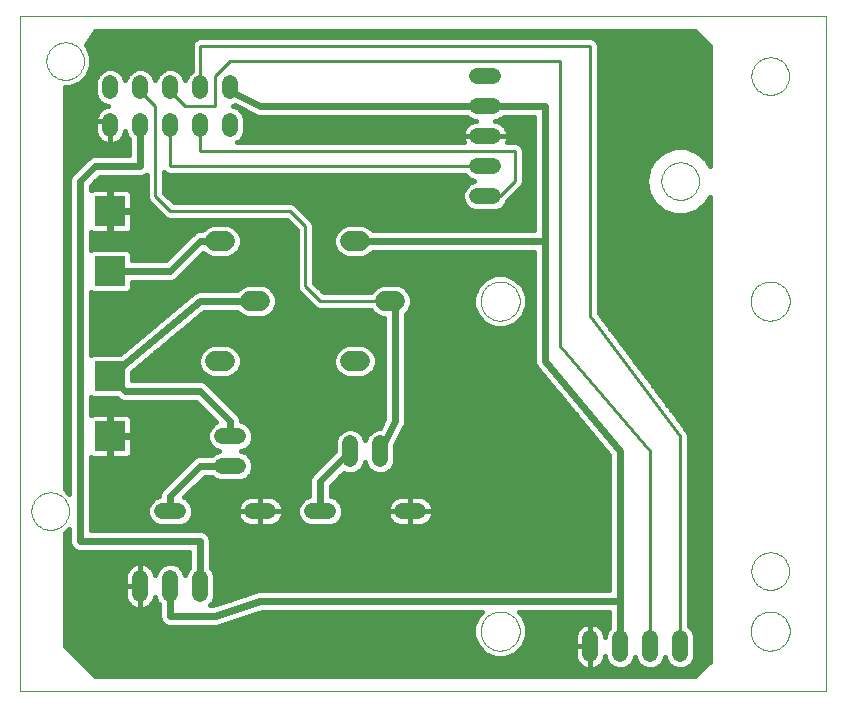
<source format=gtl>
G75*
%MOIN*%
%OFA0B0*%
%FSLAX24Y24*%
%IPPOS*%
%LPD*%
%AMOC8*
5,1,8,0,0,1.08239X$1,22.5*
%
%ADD10C,0.0000*%
%ADD11C,0.0525*%
%ADD12C,0.0650*%
%ADD13R,0.1000X0.1000*%
%ADD14C,0.0531*%
%ADD15C,0.0240*%
%ADD16C,0.0160*%
%ADD17C,0.0100*%
D10*
X011708Y008540D02*
X011708Y031036D01*
X038578Y031036D01*
X038578Y008540D01*
X011708Y008540D01*
X012083Y014540D02*
X012085Y014590D01*
X012091Y014639D01*
X012101Y014688D01*
X012114Y014735D01*
X012132Y014782D01*
X012153Y014827D01*
X012177Y014870D01*
X012205Y014911D01*
X012236Y014950D01*
X012270Y014986D01*
X012307Y015020D01*
X012347Y015050D01*
X012388Y015077D01*
X012432Y015101D01*
X012477Y015121D01*
X012524Y015137D01*
X012572Y015150D01*
X012621Y015159D01*
X012671Y015164D01*
X012720Y015165D01*
X012770Y015162D01*
X012819Y015155D01*
X012868Y015144D01*
X012915Y015130D01*
X012961Y015111D01*
X013006Y015089D01*
X013049Y015064D01*
X013089Y015035D01*
X013127Y015003D01*
X013163Y014969D01*
X013196Y014931D01*
X013225Y014891D01*
X013251Y014849D01*
X013274Y014805D01*
X013293Y014759D01*
X013309Y014712D01*
X013321Y014663D01*
X013329Y014614D01*
X013333Y014565D01*
X013333Y014515D01*
X013329Y014466D01*
X013321Y014417D01*
X013309Y014368D01*
X013293Y014321D01*
X013274Y014275D01*
X013251Y014231D01*
X013225Y014189D01*
X013196Y014149D01*
X013163Y014111D01*
X013127Y014077D01*
X013089Y014045D01*
X013049Y014016D01*
X013006Y013991D01*
X012961Y013969D01*
X012915Y013950D01*
X012868Y013936D01*
X012819Y013925D01*
X012770Y013918D01*
X012720Y013915D01*
X012671Y013916D01*
X012621Y013921D01*
X012572Y013930D01*
X012524Y013943D01*
X012477Y013959D01*
X012432Y013979D01*
X012388Y014003D01*
X012347Y014030D01*
X012307Y014060D01*
X012270Y014094D01*
X012236Y014130D01*
X012205Y014169D01*
X012177Y014210D01*
X012153Y014253D01*
X012132Y014298D01*
X012114Y014345D01*
X012101Y014392D01*
X012091Y014441D01*
X012085Y014490D01*
X012083Y014540D01*
X027058Y010540D02*
X027060Y010590D01*
X027066Y010640D01*
X027076Y010690D01*
X027089Y010738D01*
X027106Y010786D01*
X027127Y010832D01*
X027151Y010876D01*
X027179Y010918D01*
X027210Y010958D01*
X027244Y010995D01*
X027281Y011030D01*
X027320Y011061D01*
X027361Y011090D01*
X027405Y011115D01*
X027451Y011137D01*
X027498Y011155D01*
X027546Y011169D01*
X027595Y011180D01*
X027645Y011187D01*
X027695Y011190D01*
X027746Y011189D01*
X027796Y011184D01*
X027846Y011175D01*
X027894Y011163D01*
X027942Y011146D01*
X027988Y011126D01*
X028033Y011103D01*
X028076Y011076D01*
X028116Y011046D01*
X028154Y011013D01*
X028189Y010977D01*
X028222Y010938D01*
X028251Y010897D01*
X028277Y010854D01*
X028300Y010809D01*
X028319Y010762D01*
X028334Y010714D01*
X028346Y010665D01*
X028354Y010615D01*
X028358Y010565D01*
X028358Y010515D01*
X028354Y010465D01*
X028346Y010415D01*
X028334Y010366D01*
X028319Y010318D01*
X028300Y010271D01*
X028277Y010226D01*
X028251Y010183D01*
X028222Y010142D01*
X028189Y010103D01*
X028154Y010067D01*
X028116Y010034D01*
X028076Y010004D01*
X028033Y009977D01*
X027988Y009954D01*
X027942Y009934D01*
X027894Y009917D01*
X027846Y009905D01*
X027796Y009896D01*
X027746Y009891D01*
X027695Y009890D01*
X027645Y009893D01*
X027595Y009900D01*
X027546Y009911D01*
X027498Y009925D01*
X027451Y009943D01*
X027405Y009965D01*
X027361Y009990D01*
X027320Y010019D01*
X027281Y010050D01*
X027244Y010085D01*
X027210Y010122D01*
X027179Y010162D01*
X027151Y010204D01*
X027127Y010248D01*
X027106Y010294D01*
X027089Y010342D01*
X027076Y010390D01*
X027066Y010440D01*
X027060Y010490D01*
X027058Y010540D01*
X036058Y010540D02*
X036060Y010590D01*
X036066Y010640D01*
X036076Y010690D01*
X036089Y010738D01*
X036106Y010786D01*
X036127Y010832D01*
X036151Y010876D01*
X036179Y010918D01*
X036210Y010958D01*
X036244Y010995D01*
X036281Y011030D01*
X036320Y011061D01*
X036361Y011090D01*
X036405Y011115D01*
X036451Y011137D01*
X036498Y011155D01*
X036546Y011169D01*
X036595Y011180D01*
X036645Y011187D01*
X036695Y011190D01*
X036746Y011189D01*
X036796Y011184D01*
X036846Y011175D01*
X036894Y011163D01*
X036942Y011146D01*
X036988Y011126D01*
X037033Y011103D01*
X037076Y011076D01*
X037116Y011046D01*
X037154Y011013D01*
X037189Y010977D01*
X037222Y010938D01*
X037251Y010897D01*
X037277Y010854D01*
X037300Y010809D01*
X037319Y010762D01*
X037334Y010714D01*
X037346Y010665D01*
X037354Y010615D01*
X037358Y010565D01*
X037358Y010515D01*
X037354Y010465D01*
X037346Y010415D01*
X037334Y010366D01*
X037319Y010318D01*
X037300Y010271D01*
X037277Y010226D01*
X037251Y010183D01*
X037222Y010142D01*
X037189Y010103D01*
X037154Y010067D01*
X037116Y010034D01*
X037076Y010004D01*
X037033Y009977D01*
X036988Y009954D01*
X036942Y009934D01*
X036894Y009917D01*
X036846Y009905D01*
X036796Y009896D01*
X036746Y009891D01*
X036695Y009890D01*
X036645Y009893D01*
X036595Y009900D01*
X036546Y009911D01*
X036498Y009925D01*
X036451Y009943D01*
X036405Y009965D01*
X036361Y009990D01*
X036320Y010019D01*
X036281Y010050D01*
X036244Y010085D01*
X036210Y010122D01*
X036179Y010162D01*
X036151Y010204D01*
X036127Y010248D01*
X036106Y010294D01*
X036089Y010342D01*
X036076Y010390D01*
X036066Y010440D01*
X036060Y010490D01*
X036058Y010540D01*
X036083Y012540D02*
X036085Y012590D01*
X036091Y012639D01*
X036101Y012688D01*
X036114Y012735D01*
X036132Y012782D01*
X036153Y012827D01*
X036177Y012870D01*
X036205Y012911D01*
X036236Y012950D01*
X036270Y012986D01*
X036307Y013020D01*
X036347Y013050D01*
X036388Y013077D01*
X036432Y013101D01*
X036477Y013121D01*
X036524Y013137D01*
X036572Y013150D01*
X036621Y013159D01*
X036671Y013164D01*
X036720Y013165D01*
X036770Y013162D01*
X036819Y013155D01*
X036868Y013144D01*
X036915Y013130D01*
X036961Y013111D01*
X037006Y013089D01*
X037049Y013064D01*
X037089Y013035D01*
X037127Y013003D01*
X037163Y012969D01*
X037196Y012931D01*
X037225Y012891D01*
X037251Y012849D01*
X037274Y012805D01*
X037293Y012759D01*
X037309Y012712D01*
X037321Y012663D01*
X037329Y012614D01*
X037333Y012565D01*
X037333Y012515D01*
X037329Y012466D01*
X037321Y012417D01*
X037309Y012368D01*
X037293Y012321D01*
X037274Y012275D01*
X037251Y012231D01*
X037225Y012189D01*
X037196Y012149D01*
X037163Y012111D01*
X037127Y012077D01*
X037089Y012045D01*
X037049Y012016D01*
X037006Y011991D01*
X036961Y011969D01*
X036915Y011950D01*
X036868Y011936D01*
X036819Y011925D01*
X036770Y011918D01*
X036720Y011915D01*
X036671Y011916D01*
X036621Y011921D01*
X036572Y011930D01*
X036524Y011943D01*
X036477Y011959D01*
X036432Y011979D01*
X036388Y012003D01*
X036347Y012030D01*
X036307Y012060D01*
X036270Y012094D01*
X036236Y012130D01*
X036205Y012169D01*
X036177Y012210D01*
X036153Y012253D01*
X036132Y012298D01*
X036114Y012345D01*
X036101Y012392D01*
X036091Y012441D01*
X036085Y012490D01*
X036083Y012540D01*
X036058Y021540D02*
X036060Y021590D01*
X036066Y021640D01*
X036076Y021690D01*
X036089Y021738D01*
X036106Y021786D01*
X036127Y021832D01*
X036151Y021876D01*
X036179Y021918D01*
X036210Y021958D01*
X036244Y021995D01*
X036281Y022030D01*
X036320Y022061D01*
X036361Y022090D01*
X036405Y022115D01*
X036451Y022137D01*
X036498Y022155D01*
X036546Y022169D01*
X036595Y022180D01*
X036645Y022187D01*
X036695Y022190D01*
X036746Y022189D01*
X036796Y022184D01*
X036846Y022175D01*
X036894Y022163D01*
X036942Y022146D01*
X036988Y022126D01*
X037033Y022103D01*
X037076Y022076D01*
X037116Y022046D01*
X037154Y022013D01*
X037189Y021977D01*
X037222Y021938D01*
X037251Y021897D01*
X037277Y021854D01*
X037300Y021809D01*
X037319Y021762D01*
X037334Y021714D01*
X037346Y021665D01*
X037354Y021615D01*
X037358Y021565D01*
X037358Y021515D01*
X037354Y021465D01*
X037346Y021415D01*
X037334Y021366D01*
X037319Y021318D01*
X037300Y021271D01*
X037277Y021226D01*
X037251Y021183D01*
X037222Y021142D01*
X037189Y021103D01*
X037154Y021067D01*
X037116Y021034D01*
X037076Y021004D01*
X037033Y020977D01*
X036988Y020954D01*
X036942Y020934D01*
X036894Y020917D01*
X036846Y020905D01*
X036796Y020896D01*
X036746Y020891D01*
X036695Y020890D01*
X036645Y020893D01*
X036595Y020900D01*
X036546Y020911D01*
X036498Y020925D01*
X036451Y020943D01*
X036405Y020965D01*
X036361Y020990D01*
X036320Y021019D01*
X036281Y021050D01*
X036244Y021085D01*
X036210Y021122D01*
X036179Y021162D01*
X036151Y021204D01*
X036127Y021248D01*
X036106Y021294D01*
X036089Y021342D01*
X036076Y021390D01*
X036066Y021440D01*
X036060Y021490D01*
X036058Y021540D01*
X033083Y025540D02*
X033085Y025590D01*
X033091Y025639D01*
X033101Y025688D01*
X033114Y025735D01*
X033132Y025782D01*
X033153Y025827D01*
X033177Y025870D01*
X033205Y025911D01*
X033236Y025950D01*
X033270Y025986D01*
X033307Y026020D01*
X033347Y026050D01*
X033388Y026077D01*
X033432Y026101D01*
X033477Y026121D01*
X033524Y026137D01*
X033572Y026150D01*
X033621Y026159D01*
X033671Y026164D01*
X033720Y026165D01*
X033770Y026162D01*
X033819Y026155D01*
X033868Y026144D01*
X033915Y026130D01*
X033961Y026111D01*
X034006Y026089D01*
X034049Y026064D01*
X034089Y026035D01*
X034127Y026003D01*
X034163Y025969D01*
X034196Y025931D01*
X034225Y025891D01*
X034251Y025849D01*
X034274Y025805D01*
X034293Y025759D01*
X034309Y025712D01*
X034321Y025663D01*
X034329Y025614D01*
X034333Y025565D01*
X034333Y025515D01*
X034329Y025466D01*
X034321Y025417D01*
X034309Y025368D01*
X034293Y025321D01*
X034274Y025275D01*
X034251Y025231D01*
X034225Y025189D01*
X034196Y025149D01*
X034163Y025111D01*
X034127Y025077D01*
X034089Y025045D01*
X034049Y025016D01*
X034006Y024991D01*
X033961Y024969D01*
X033915Y024950D01*
X033868Y024936D01*
X033819Y024925D01*
X033770Y024918D01*
X033720Y024915D01*
X033671Y024916D01*
X033621Y024921D01*
X033572Y024930D01*
X033524Y024943D01*
X033477Y024959D01*
X033432Y024979D01*
X033388Y025003D01*
X033347Y025030D01*
X033307Y025060D01*
X033270Y025094D01*
X033236Y025130D01*
X033205Y025169D01*
X033177Y025210D01*
X033153Y025253D01*
X033132Y025298D01*
X033114Y025345D01*
X033101Y025392D01*
X033091Y025441D01*
X033085Y025490D01*
X033083Y025540D01*
X036083Y029040D02*
X036085Y029090D01*
X036091Y029139D01*
X036101Y029188D01*
X036114Y029235D01*
X036132Y029282D01*
X036153Y029327D01*
X036177Y029370D01*
X036205Y029411D01*
X036236Y029450D01*
X036270Y029486D01*
X036307Y029520D01*
X036347Y029550D01*
X036388Y029577D01*
X036432Y029601D01*
X036477Y029621D01*
X036524Y029637D01*
X036572Y029650D01*
X036621Y029659D01*
X036671Y029664D01*
X036720Y029665D01*
X036770Y029662D01*
X036819Y029655D01*
X036868Y029644D01*
X036915Y029630D01*
X036961Y029611D01*
X037006Y029589D01*
X037049Y029564D01*
X037089Y029535D01*
X037127Y029503D01*
X037163Y029469D01*
X037196Y029431D01*
X037225Y029391D01*
X037251Y029349D01*
X037274Y029305D01*
X037293Y029259D01*
X037309Y029212D01*
X037321Y029163D01*
X037329Y029114D01*
X037333Y029065D01*
X037333Y029015D01*
X037329Y028966D01*
X037321Y028917D01*
X037309Y028868D01*
X037293Y028821D01*
X037274Y028775D01*
X037251Y028731D01*
X037225Y028689D01*
X037196Y028649D01*
X037163Y028611D01*
X037127Y028577D01*
X037089Y028545D01*
X037049Y028516D01*
X037006Y028491D01*
X036961Y028469D01*
X036915Y028450D01*
X036868Y028436D01*
X036819Y028425D01*
X036770Y028418D01*
X036720Y028415D01*
X036671Y028416D01*
X036621Y028421D01*
X036572Y028430D01*
X036524Y028443D01*
X036477Y028459D01*
X036432Y028479D01*
X036388Y028503D01*
X036347Y028530D01*
X036307Y028560D01*
X036270Y028594D01*
X036236Y028630D01*
X036205Y028669D01*
X036177Y028710D01*
X036153Y028753D01*
X036132Y028798D01*
X036114Y028845D01*
X036101Y028892D01*
X036091Y028941D01*
X036085Y028990D01*
X036083Y029040D01*
X027058Y021540D02*
X027060Y021590D01*
X027066Y021640D01*
X027076Y021690D01*
X027089Y021738D01*
X027106Y021786D01*
X027127Y021832D01*
X027151Y021876D01*
X027179Y021918D01*
X027210Y021958D01*
X027244Y021995D01*
X027281Y022030D01*
X027320Y022061D01*
X027361Y022090D01*
X027405Y022115D01*
X027451Y022137D01*
X027498Y022155D01*
X027546Y022169D01*
X027595Y022180D01*
X027645Y022187D01*
X027695Y022190D01*
X027746Y022189D01*
X027796Y022184D01*
X027846Y022175D01*
X027894Y022163D01*
X027942Y022146D01*
X027988Y022126D01*
X028033Y022103D01*
X028076Y022076D01*
X028116Y022046D01*
X028154Y022013D01*
X028189Y021977D01*
X028222Y021938D01*
X028251Y021897D01*
X028277Y021854D01*
X028300Y021809D01*
X028319Y021762D01*
X028334Y021714D01*
X028346Y021665D01*
X028354Y021615D01*
X028358Y021565D01*
X028358Y021515D01*
X028354Y021465D01*
X028346Y021415D01*
X028334Y021366D01*
X028319Y021318D01*
X028300Y021271D01*
X028277Y021226D01*
X028251Y021183D01*
X028222Y021142D01*
X028189Y021103D01*
X028154Y021067D01*
X028116Y021034D01*
X028076Y021004D01*
X028033Y020977D01*
X027988Y020954D01*
X027942Y020934D01*
X027894Y020917D01*
X027846Y020905D01*
X027796Y020896D01*
X027746Y020891D01*
X027695Y020890D01*
X027645Y020893D01*
X027595Y020900D01*
X027546Y020911D01*
X027498Y020925D01*
X027451Y020943D01*
X027405Y020965D01*
X027361Y020990D01*
X027320Y021019D01*
X027281Y021050D01*
X027244Y021085D01*
X027210Y021122D01*
X027179Y021162D01*
X027151Y021204D01*
X027127Y021248D01*
X027106Y021294D01*
X027089Y021342D01*
X027076Y021390D01*
X027066Y021440D01*
X027060Y021490D01*
X027058Y021540D01*
X012583Y029540D02*
X012585Y029590D01*
X012591Y029639D01*
X012601Y029688D01*
X012614Y029735D01*
X012632Y029782D01*
X012653Y029827D01*
X012677Y029870D01*
X012705Y029911D01*
X012736Y029950D01*
X012770Y029986D01*
X012807Y030020D01*
X012847Y030050D01*
X012888Y030077D01*
X012932Y030101D01*
X012977Y030121D01*
X013024Y030137D01*
X013072Y030150D01*
X013121Y030159D01*
X013171Y030164D01*
X013220Y030165D01*
X013270Y030162D01*
X013319Y030155D01*
X013368Y030144D01*
X013415Y030130D01*
X013461Y030111D01*
X013506Y030089D01*
X013549Y030064D01*
X013589Y030035D01*
X013627Y030003D01*
X013663Y029969D01*
X013696Y029931D01*
X013725Y029891D01*
X013751Y029849D01*
X013774Y029805D01*
X013793Y029759D01*
X013809Y029712D01*
X013821Y029663D01*
X013829Y029614D01*
X013833Y029565D01*
X013833Y029515D01*
X013829Y029466D01*
X013821Y029417D01*
X013809Y029368D01*
X013793Y029321D01*
X013774Y029275D01*
X013751Y029231D01*
X013725Y029189D01*
X013696Y029149D01*
X013663Y029111D01*
X013627Y029077D01*
X013589Y029045D01*
X013549Y029016D01*
X013506Y028991D01*
X013461Y028969D01*
X013415Y028950D01*
X013368Y028936D01*
X013319Y028925D01*
X013270Y028918D01*
X013220Y028915D01*
X013171Y028916D01*
X013121Y028921D01*
X013072Y028930D01*
X013024Y028943D01*
X012977Y028959D01*
X012932Y028979D01*
X012888Y029003D01*
X012847Y029030D01*
X012807Y029060D01*
X012770Y029094D01*
X012736Y029130D01*
X012705Y029169D01*
X012677Y029210D01*
X012653Y029253D01*
X012632Y029298D01*
X012614Y029345D01*
X012601Y029392D01*
X012591Y029441D01*
X012585Y029490D01*
X012583Y029540D01*
D11*
X014708Y028803D02*
X014708Y028540D01*
X015708Y028540D02*
X015708Y028803D01*
X016708Y028803D02*
X016708Y028540D01*
X017708Y028540D02*
X017708Y028803D01*
X018708Y028803D02*
X018708Y028540D01*
X018708Y027540D02*
X018708Y027278D01*
X017708Y027278D02*
X017708Y027540D01*
X016708Y027540D02*
X016708Y027278D01*
X015708Y027278D02*
X015708Y027540D01*
X014708Y027540D02*
X014708Y027278D01*
X026946Y027040D02*
X027471Y027040D01*
X027471Y026040D02*
X026946Y026040D01*
X026946Y025040D02*
X027471Y025040D01*
X027471Y028040D02*
X026946Y028040D01*
X026946Y029040D02*
X027471Y029040D01*
X018971Y017040D02*
X018446Y017040D01*
X018446Y016040D02*
X018971Y016040D01*
X019446Y014540D02*
X019971Y014540D01*
X021446Y014540D02*
X021971Y014540D01*
X022708Y016278D02*
X022708Y016803D01*
X023708Y016803D02*
X023708Y016278D01*
X024446Y014540D02*
X024971Y014540D01*
X030708Y010303D02*
X030708Y009778D01*
X031708Y009778D02*
X031708Y010303D01*
X032708Y010303D02*
X032708Y009778D01*
X033708Y009778D02*
X033708Y010303D01*
X016971Y014540D02*
X016446Y014540D01*
D12*
X018208Y019540D02*
X018533Y019540D01*
X019384Y021540D02*
X019708Y021540D01*
X018533Y023540D02*
X018208Y023540D01*
X022708Y023540D02*
X023033Y023540D01*
X023884Y021540D02*
X024208Y021540D01*
X023033Y019540D02*
X022708Y019540D01*
D13*
X014708Y019040D03*
X014708Y017040D03*
X014708Y022540D03*
X014708Y024540D03*
D14*
X015708Y012306D02*
X015708Y011774D01*
X016708Y011774D02*
X016708Y012306D01*
X017708Y012306D02*
X017708Y011774D01*
D15*
X017708Y012040D02*
X017708Y013540D01*
X013708Y013540D01*
X013708Y025540D01*
X014208Y026040D01*
X015708Y026040D01*
X015708Y027540D01*
X018708Y028540D02*
X019708Y028040D01*
X027208Y028040D01*
X029208Y028040D01*
X029208Y023540D01*
X022708Y023540D01*
X024208Y021540D02*
X024208Y017540D01*
X023708Y016540D01*
X022708Y016540D02*
X021708Y015540D01*
X021708Y014540D01*
X018708Y016040D02*
X017708Y016040D01*
X016708Y015040D01*
X016708Y014540D01*
X016708Y012040D02*
X016708Y011040D01*
X018208Y011040D01*
X019708Y011540D01*
X031708Y011540D01*
X031708Y016540D01*
X029208Y019540D01*
X029208Y023540D01*
X019708Y021540D02*
X017708Y021540D01*
X014708Y019040D01*
X015208Y018540D01*
X017708Y018540D01*
X018708Y017540D01*
X018708Y017040D01*
X016708Y022540D02*
X014708Y022540D01*
X016708Y022540D02*
X017708Y023540D01*
X018708Y023540D01*
X031708Y011540D02*
X031708Y010040D01*
D16*
X031208Y009720D02*
X031208Y009678D01*
X031284Y009494D01*
X031425Y009353D01*
X031609Y009277D01*
X031808Y009277D01*
X031992Y009353D01*
X032133Y009494D01*
X032208Y009677D01*
X032284Y009494D01*
X032425Y009353D01*
X032609Y009277D01*
X032808Y009277D01*
X032992Y009353D01*
X033133Y009494D01*
X033208Y009677D01*
X033284Y009494D01*
X033425Y009353D01*
X033609Y009277D01*
X033808Y009277D01*
X033992Y009353D01*
X034133Y009494D01*
X034209Y009678D01*
X034209Y010402D01*
X034133Y010586D01*
X033996Y010722D01*
X033996Y017020D01*
X034001Y017056D01*
X033996Y017076D01*
X033996Y017097D01*
X033982Y017131D01*
X033973Y017167D01*
X033960Y017184D01*
X033952Y017203D01*
X033926Y017229D01*
X030996Y021136D01*
X030996Y030097D01*
X030952Y030203D01*
X030871Y030284D01*
X030766Y030328D01*
X017651Y030328D01*
X017545Y030284D01*
X017464Y030203D01*
X017420Y030097D01*
X017420Y029222D01*
X017284Y029086D01*
X017208Y028903D01*
X017133Y029086D01*
X016992Y029227D01*
X016808Y029303D01*
X016609Y029303D01*
X016425Y029227D01*
X016284Y029086D01*
X016208Y028903D01*
X016133Y029086D01*
X015992Y029227D01*
X015808Y029303D01*
X015609Y029303D01*
X015425Y029227D01*
X015284Y029086D01*
X015208Y028903D01*
X015133Y029086D01*
X014992Y029227D01*
X014808Y029303D01*
X014609Y029303D01*
X014425Y029227D01*
X014284Y029086D01*
X014208Y028902D01*
X014208Y028440D01*
X014284Y028257D01*
X014425Y028116D01*
X014609Y028040D01*
X014651Y028040D01*
X014591Y028030D01*
X014515Y028006D01*
X014445Y027970D01*
X014381Y027923D01*
X014325Y027867D01*
X014279Y027803D01*
X014243Y027733D01*
X014218Y027658D01*
X014206Y027580D01*
X014206Y027548D01*
X014701Y027548D01*
X014701Y027532D01*
X014716Y027532D01*
X014716Y026775D01*
X014748Y026775D01*
X014826Y026787D01*
X014901Y026812D01*
X014972Y026848D01*
X015036Y026894D01*
X015092Y026950D01*
X015138Y027014D01*
X015174Y027085D01*
X015198Y027160D01*
X015208Y027220D01*
X015208Y027178D01*
X015284Y026994D01*
X015350Y026928D01*
X015350Y026398D01*
X014137Y026398D01*
X014006Y026343D01*
X013905Y026243D01*
X013405Y025743D01*
X013350Y025611D01*
X013350Y015120D01*
X013208Y015262D01*
X013208Y028676D01*
X013380Y028676D01*
X013698Y028807D01*
X013941Y029051D01*
X014072Y029368D01*
X014072Y029712D01*
X013941Y030029D01*
X013897Y030073D01*
X014208Y030540D01*
X034208Y030540D01*
X034708Y030040D01*
X034708Y026053D01*
X034582Y026273D01*
X034582Y026273D01*
X034582Y026273D01*
X034278Y026527D01*
X033906Y026663D01*
X033510Y026663D01*
X033138Y026527D01*
X032835Y026273D01*
X032835Y026273D01*
X032637Y025930D01*
X032637Y025930D01*
X032568Y025540D01*
X032637Y025150D01*
X032637Y025150D01*
X032835Y024807D01*
X033138Y024553D01*
X033510Y024417D01*
X033906Y024417D01*
X034278Y024553D01*
X034278Y024553D01*
X034582Y024807D01*
X034582Y024807D01*
X034708Y025027D01*
X034708Y009540D01*
X034208Y009040D01*
X014208Y009040D01*
X013208Y010040D01*
X013208Y013818D01*
X013350Y013960D01*
X013350Y013469D01*
X013405Y013337D01*
X013506Y013237D01*
X013637Y013182D01*
X017350Y013182D01*
X017350Y012660D01*
X017281Y012591D01*
X017208Y012415D01*
X017135Y012591D01*
X016994Y012733D01*
X016809Y012809D01*
X016608Y012809D01*
X016423Y012733D01*
X016281Y012591D01*
X016205Y012406D01*
X016205Y012405D01*
X016202Y012424D01*
X016177Y012500D01*
X016141Y012571D01*
X016094Y012635D01*
X016038Y012692D01*
X015973Y012738D01*
X015902Y012774D01*
X015827Y012799D01*
X015748Y012811D01*
X015717Y012811D01*
X015717Y012049D01*
X015700Y012049D01*
X015700Y012811D01*
X015669Y012811D01*
X015590Y012799D01*
X015514Y012774D01*
X015443Y012738D01*
X015379Y012692D01*
X015323Y012635D01*
X015276Y012571D01*
X015240Y012500D01*
X015215Y012424D01*
X015203Y012346D01*
X015203Y012049D01*
X015700Y012049D01*
X015700Y012031D01*
X015717Y012031D01*
X015717Y011269D01*
X015700Y011269D01*
X015700Y012031D01*
X015203Y012031D01*
X015203Y011734D01*
X015215Y011656D01*
X015240Y011580D01*
X015276Y011509D01*
X015323Y011445D01*
X015379Y011388D01*
X015443Y011342D01*
X015514Y011306D01*
X015590Y011281D01*
X015669Y011269D01*
X015700Y011269D01*
X015717Y011269D02*
X015748Y011269D01*
X015827Y011281D01*
X015902Y011306D01*
X015973Y011342D01*
X016038Y011388D01*
X016094Y011445D01*
X016141Y011509D01*
X016177Y011580D01*
X016202Y011656D01*
X016205Y011675D01*
X016205Y011674D01*
X016281Y011489D01*
X016350Y011420D01*
X016350Y010969D01*
X016405Y010837D01*
X016506Y010737D01*
X016637Y010682D01*
X018196Y010682D01*
X018254Y010678D01*
X018266Y010682D01*
X018280Y010682D01*
X018334Y010705D01*
X019766Y011182D01*
X027093Y011182D01*
X026955Y011044D01*
X026819Y010717D01*
X026819Y010363D01*
X026955Y010036D01*
X027205Y009786D01*
X027531Y009651D01*
X027885Y009651D01*
X028212Y009786D01*
X028462Y010036D01*
X028597Y010363D01*
X028597Y010717D01*
X028462Y011044D01*
X028324Y011182D01*
X031350Y011182D01*
X031350Y010652D01*
X031284Y010586D01*
X031208Y010402D01*
X031208Y010360D01*
X031198Y010420D01*
X031174Y010495D01*
X031138Y010566D01*
X031092Y010630D01*
X031036Y010686D01*
X030972Y010732D01*
X030901Y010768D01*
X030826Y010793D01*
X030748Y010805D01*
X030716Y010805D01*
X030716Y010048D01*
X030701Y010048D01*
X030701Y010805D01*
X030669Y010805D01*
X030591Y010793D01*
X030515Y010768D01*
X030445Y010732D01*
X030381Y010686D01*
X030325Y010630D01*
X030279Y010566D01*
X030243Y010495D01*
X030218Y010420D01*
X030206Y010342D01*
X030206Y010048D01*
X030701Y010048D01*
X030701Y010032D01*
X030716Y010032D01*
X030716Y009275D01*
X030748Y009275D01*
X030826Y009287D01*
X030901Y009312D01*
X030972Y009348D01*
X031036Y009394D01*
X031092Y009450D01*
X031138Y009514D01*
X031174Y009585D01*
X031198Y009660D01*
X031208Y009720D01*
X031202Y009684D02*
X031208Y009684D01*
X031144Y009526D02*
X031271Y009526D01*
X031411Y009367D02*
X030998Y009367D01*
X030716Y009367D02*
X030701Y009367D01*
X030701Y009275D02*
X030701Y010032D01*
X030206Y010032D01*
X030206Y009738D01*
X030218Y009660D01*
X030243Y009585D01*
X030279Y009514D01*
X030325Y009450D01*
X030381Y009394D01*
X030445Y009348D01*
X030515Y009312D01*
X030591Y009287D01*
X030669Y009275D01*
X030701Y009275D01*
X030701Y009526D02*
X030716Y009526D01*
X030701Y009684D02*
X030716Y009684D01*
X030701Y009843D02*
X030716Y009843D01*
X030701Y010001D02*
X030716Y010001D01*
X030701Y010160D02*
X030716Y010160D01*
X030701Y010318D02*
X030716Y010318D01*
X030701Y010477D02*
X030716Y010477D01*
X030701Y010635D02*
X030716Y010635D01*
X030701Y010794D02*
X030716Y010794D01*
X030820Y010794D02*
X031350Y010794D01*
X031350Y010952D02*
X028500Y010952D01*
X028566Y010794D02*
X030596Y010794D01*
X030330Y010635D02*
X028597Y010635D01*
X028597Y010477D02*
X030237Y010477D01*
X030206Y010318D02*
X028579Y010318D01*
X028513Y010160D02*
X030206Y010160D01*
X030206Y010001D02*
X028427Y010001D01*
X028268Y009843D02*
X030206Y009843D01*
X030214Y009684D02*
X027965Y009684D01*
X027452Y009684D02*
X013564Y009684D01*
X013406Y009843D02*
X027149Y009843D01*
X026990Y010001D02*
X013247Y010001D01*
X013208Y010160D02*
X026904Y010160D01*
X026838Y010318D02*
X013208Y010318D01*
X013208Y010477D02*
X026819Y010477D01*
X026819Y010635D02*
X013208Y010635D01*
X013208Y010794D02*
X016449Y010794D01*
X016357Y010952D02*
X013208Y010952D01*
X013208Y011111D02*
X016350Y011111D01*
X016350Y011269D02*
X015751Y011269D01*
X015665Y011269D02*
X013208Y011269D01*
X013208Y011428D02*
X015340Y011428D01*
X015238Y011586D02*
X013208Y011586D01*
X013208Y011745D02*
X015203Y011745D01*
X015203Y011903D02*
X013208Y011903D01*
X013208Y012062D02*
X015203Y012062D01*
X015203Y012220D02*
X013208Y012220D01*
X013208Y012379D02*
X015208Y012379D01*
X015259Y012537D02*
X013208Y012537D01*
X013208Y012696D02*
X015384Y012696D01*
X015700Y012696D02*
X015717Y012696D01*
X015700Y012537D02*
X015717Y012537D01*
X015700Y012379D02*
X015717Y012379D01*
X015700Y012220D02*
X015717Y012220D01*
X015700Y012062D02*
X015717Y012062D01*
X015700Y011903D02*
X015717Y011903D01*
X015700Y011745D02*
X015717Y011745D01*
X015700Y011586D02*
X015717Y011586D01*
X015700Y011428D02*
X015717Y011428D01*
X016077Y011428D02*
X016343Y011428D01*
X016241Y011586D02*
X016179Y011586D01*
X016158Y012537D02*
X016259Y012537D01*
X016386Y012696D02*
X016032Y012696D01*
X017031Y012696D02*
X017350Y012696D01*
X017350Y012854D02*
X013208Y012854D01*
X013208Y013013D02*
X017350Y013013D01*
X017350Y013171D02*
X013208Y013171D01*
X013208Y013330D02*
X013413Y013330D01*
X013350Y013488D02*
X013208Y013488D01*
X013208Y013647D02*
X013350Y013647D01*
X013350Y013805D02*
X013208Y013805D01*
X014066Y013898D02*
X014066Y016346D01*
X014095Y016327D01*
X014138Y016309D01*
X014185Y016300D01*
X014683Y016300D01*
X014683Y017015D01*
X014733Y017015D01*
X014733Y016300D01*
X015232Y016300D01*
X015278Y016309D01*
X015322Y016327D01*
X015361Y016354D01*
X015395Y016387D01*
X015421Y016426D01*
X015439Y016470D01*
X015448Y016516D01*
X015448Y017015D01*
X014733Y017015D01*
X014733Y017065D01*
X014683Y017065D01*
X014683Y017780D01*
X014185Y017780D01*
X014138Y017771D01*
X014095Y017753D01*
X014066Y017734D01*
X014066Y018346D01*
X014110Y018302D01*
X014940Y018302D01*
X015006Y018237D01*
X015137Y018182D01*
X017560Y018182D01*
X018244Y017498D01*
X018162Y017464D01*
X018022Y017323D01*
X017945Y017140D01*
X017945Y016940D01*
X018022Y016757D01*
X018162Y016616D01*
X018345Y016540D01*
X018162Y016464D01*
X018096Y016398D01*
X017637Y016398D01*
X017506Y016343D01*
X016506Y015343D01*
X016405Y015243D01*
X016350Y015111D01*
X016350Y015040D01*
X016346Y015040D01*
X016162Y014964D01*
X016022Y014823D01*
X015945Y014640D01*
X015945Y014440D01*
X016022Y014257D01*
X016162Y014116D01*
X016346Y014040D01*
X017070Y014040D01*
X017254Y014116D01*
X017395Y014257D01*
X017471Y014440D01*
X017471Y014640D01*
X017395Y014823D01*
X017254Y014964D01*
X017173Y014998D01*
X017857Y015682D01*
X018096Y015682D01*
X018162Y015616D01*
X018346Y015540D01*
X019070Y015540D01*
X019254Y015616D01*
X019395Y015757D01*
X019471Y015940D01*
X019471Y016140D01*
X019395Y016323D01*
X019254Y016464D01*
X019071Y016540D01*
X019254Y016616D01*
X019395Y016757D01*
X019471Y016940D01*
X019471Y017140D01*
X019395Y017323D01*
X019254Y017464D01*
X019070Y017540D01*
X019066Y017540D01*
X019066Y017611D01*
X019012Y017743D01*
X018911Y017843D01*
X017911Y018843D01*
X017780Y018898D01*
X015446Y018898D01*
X015446Y019189D01*
X017838Y021182D01*
X018946Y021182D01*
X019065Y021063D01*
X019272Y020977D01*
X019820Y020977D01*
X020027Y021063D01*
X020185Y021221D01*
X020271Y021428D01*
X020271Y021652D01*
X020185Y021859D01*
X020027Y022017D01*
X019820Y022103D01*
X019272Y022103D01*
X019065Y022017D01*
X018946Y021898D01*
X017725Y021898D01*
X017670Y021903D01*
X017654Y021898D01*
X017637Y021898D01*
X017586Y021877D01*
X017534Y021860D01*
X017521Y021850D01*
X017506Y021843D01*
X017467Y021805D01*
X015035Y019778D01*
X014110Y019778D01*
X014066Y019734D01*
X014066Y021846D01*
X014110Y021802D01*
X015307Y021802D01*
X015446Y021941D01*
X015446Y022182D01*
X016780Y022182D01*
X016911Y022237D01*
X017814Y023139D01*
X017890Y023063D01*
X018096Y022977D01*
X018645Y022977D01*
X018852Y023063D01*
X019010Y023221D01*
X019096Y023428D01*
X019096Y023652D01*
X019010Y023859D01*
X018852Y024017D01*
X018645Y024103D01*
X018096Y024103D01*
X017890Y024017D01*
X017770Y023898D01*
X017637Y023898D01*
X017506Y023843D01*
X017405Y023743D01*
X016560Y022898D01*
X015446Y022898D01*
X015446Y023139D01*
X015307Y023278D01*
X014110Y023278D01*
X014066Y023234D01*
X014066Y023846D01*
X014095Y023827D01*
X014138Y023809D01*
X014185Y023800D01*
X014683Y023800D01*
X014683Y024515D01*
X014733Y024515D01*
X014733Y023800D01*
X015232Y023800D01*
X015278Y023809D01*
X015322Y023827D01*
X015361Y023854D01*
X015395Y023887D01*
X015421Y023926D01*
X015439Y023970D01*
X015448Y024016D01*
X015448Y024515D01*
X014733Y024515D01*
X014733Y024565D01*
X014683Y024565D01*
X014683Y025280D01*
X014185Y025280D01*
X014138Y025271D01*
X014095Y025253D01*
X014066Y025234D01*
X014066Y025392D01*
X014357Y025682D01*
X015780Y025682D01*
X015911Y025737D01*
X015920Y025746D01*
X015920Y024983D01*
X015964Y024877D01*
X016045Y024796D01*
X016045Y024796D01*
X016464Y024377D01*
X016545Y024296D01*
X016651Y024252D01*
X020589Y024252D01*
X020920Y023921D01*
X020920Y021983D01*
X020964Y021877D01*
X021464Y021377D01*
X021545Y021296D01*
X021651Y021252D01*
X023394Y021252D01*
X023407Y021221D01*
X023565Y021063D01*
X023772Y020977D01*
X023850Y020977D01*
X023850Y017624D01*
X023690Y017303D01*
X023609Y017303D01*
X023425Y017227D01*
X023284Y017086D01*
X023208Y016903D01*
X023133Y017086D01*
X022992Y017227D01*
X022808Y017303D01*
X022609Y017303D01*
X022425Y017227D01*
X022284Y017086D01*
X022208Y016902D01*
X022208Y016546D01*
X021506Y015843D01*
X021405Y015743D01*
X021350Y015611D01*
X021350Y015040D01*
X021346Y015040D01*
X021162Y014964D01*
X021022Y014823D01*
X020945Y014640D01*
X020945Y014440D01*
X021022Y014257D01*
X021162Y014116D01*
X021346Y014040D01*
X022070Y014040D01*
X022254Y014116D01*
X022395Y014257D01*
X022471Y014440D01*
X022471Y014640D01*
X022395Y014823D01*
X022254Y014964D01*
X022070Y015040D01*
X022066Y015040D01*
X022066Y015392D01*
X022498Y015823D01*
X022609Y015777D01*
X022808Y015777D01*
X022992Y015853D01*
X023133Y015994D01*
X023208Y016177D01*
X023284Y015994D01*
X023425Y015853D01*
X023609Y015777D01*
X023808Y015777D01*
X023992Y015853D01*
X024133Y015994D01*
X024209Y016178D01*
X024209Y016741D01*
X024502Y017328D01*
X024512Y017337D01*
X024534Y017391D01*
X024560Y017444D01*
X024561Y017457D01*
X024566Y017469D01*
X024566Y017527D01*
X024570Y017586D01*
X024566Y017598D01*
X024566Y021102D01*
X024685Y021221D01*
X024771Y021428D01*
X024771Y021652D01*
X024685Y021859D01*
X024527Y022017D01*
X024320Y022103D01*
X023772Y022103D01*
X023565Y022017D01*
X023407Y021859D01*
X023394Y021828D01*
X021828Y021828D01*
X021496Y022159D01*
X021496Y024097D01*
X021452Y024203D01*
X021371Y024284D01*
X020871Y024784D01*
X020766Y024828D01*
X016828Y024828D01*
X016496Y025159D01*
X016496Y025845D01*
X016545Y025796D01*
X016651Y025752D01*
X026526Y025752D01*
X026662Y025616D01*
X026845Y025540D01*
X026662Y025464D01*
X026522Y025323D01*
X026445Y025140D01*
X026445Y024940D01*
X026522Y024757D01*
X026662Y024616D01*
X026846Y024540D01*
X027570Y024540D01*
X027754Y024616D01*
X027895Y024757D01*
X027940Y024864D01*
X028371Y025296D01*
X028452Y025377D01*
X028496Y025483D01*
X028496Y026597D01*
X028452Y026703D01*
X028371Y026784D01*
X028266Y026828D01*
X027927Y026828D01*
X027937Y026847D01*
X027961Y026922D01*
X027973Y027000D01*
X027973Y027032D01*
X027216Y027032D01*
X027216Y027048D01*
X027973Y027048D01*
X027973Y027080D01*
X027961Y027158D01*
X027937Y027233D01*
X027901Y027303D01*
X027854Y027367D01*
X027798Y027423D01*
X027734Y027470D01*
X027664Y027506D01*
X027589Y027530D01*
X027529Y027540D01*
X027570Y027540D01*
X027754Y027616D01*
X027821Y027682D01*
X028850Y027682D01*
X028850Y023898D01*
X023471Y023898D01*
X023352Y024017D01*
X023145Y024103D01*
X022596Y024103D01*
X022390Y024017D01*
X022231Y023859D01*
X022146Y023652D01*
X022146Y023428D01*
X022231Y023221D01*
X022390Y023063D01*
X022596Y022977D01*
X023145Y022977D01*
X023352Y023063D01*
X023471Y023182D01*
X028850Y023182D01*
X028850Y019556D01*
X028845Y019502D01*
X028850Y019486D01*
X028850Y019469D01*
X028871Y019418D01*
X028888Y019366D01*
X028899Y019353D01*
X028905Y019337D01*
X028944Y019298D01*
X031350Y016410D01*
X031350Y011898D01*
X019721Y011898D01*
X019663Y011902D01*
X019650Y011898D01*
X019637Y011898D01*
X019583Y011875D01*
X018150Y011398D01*
X018044Y011398D01*
X018135Y011489D01*
X018212Y011674D01*
X018212Y012406D01*
X018135Y012591D01*
X018066Y012660D01*
X018066Y013611D01*
X018012Y013743D01*
X017911Y013843D01*
X017780Y013898D01*
X014066Y013898D01*
X014066Y013964D02*
X031350Y013964D01*
X031350Y014122D02*
X025250Y014122D01*
X025234Y014110D02*
X025298Y014157D01*
X025354Y014213D01*
X025401Y014277D01*
X025437Y014347D01*
X025461Y014422D01*
X025473Y014500D01*
X025473Y014532D01*
X024716Y014532D01*
X024716Y014038D01*
X025010Y014038D01*
X025089Y014050D01*
X025164Y014074D01*
X025234Y014110D01*
X025403Y014281D02*
X031350Y014281D01*
X031350Y014439D02*
X025464Y014439D01*
X025473Y014548D02*
X025473Y014580D01*
X025461Y014658D01*
X025437Y014733D01*
X025401Y014803D01*
X025354Y014867D01*
X025298Y014923D01*
X025234Y014970D01*
X025164Y015006D01*
X025089Y015030D01*
X025010Y015042D01*
X024716Y015042D01*
X024716Y014548D01*
X024701Y014548D01*
X024701Y015042D01*
X024406Y015042D01*
X024328Y015030D01*
X024253Y015006D01*
X024182Y014970D01*
X024118Y014923D01*
X024063Y014867D01*
X024016Y014803D01*
X023980Y014733D01*
X023956Y014658D01*
X023943Y014580D01*
X023943Y014548D01*
X024701Y014548D01*
X024701Y014532D01*
X024716Y014532D01*
X024716Y014548D01*
X025473Y014548D01*
X025470Y014598D02*
X031350Y014598D01*
X031350Y014756D02*
X025425Y014756D01*
X025307Y014915D02*
X031350Y014915D01*
X031350Y015073D02*
X022066Y015073D01*
X022066Y015232D02*
X031350Y015232D01*
X031350Y015390D02*
X022066Y015390D01*
X022223Y015549D02*
X031350Y015549D01*
X031350Y015707D02*
X022381Y015707D01*
X021845Y016183D02*
X019453Y016183D01*
X019471Y016024D02*
X021686Y016024D01*
X021528Y015866D02*
X019440Y015866D01*
X019345Y015707D02*
X021390Y015707D01*
X021350Y015549D02*
X019092Y015549D01*
X019253Y015006D02*
X019182Y014970D01*
X019118Y014923D01*
X019063Y014867D01*
X019016Y014803D01*
X018980Y014733D01*
X018956Y014658D01*
X018943Y014580D01*
X018943Y014548D01*
X019701Y014548D01*
X019701Y015042D01*
X019406Y015042D01*
X019328Y015030D01*
X019253Y015006D01*
X019110Y014915D02*
X017304Y014915D01*
X017247Y015073D02*
X021350Y015073D01*
X021350Y015232D02*
X017406Y015232D01*
X017564Y015390D02*
X021350Y015390D01*
X021113Y014915D02*
X020307Y014915D01*
X020298Y014923D02*
X020234Y014970D01*
X020164Y015006D01*
X020089Y015030D01*
X020010Y015042D01*
X019716Y015042D01*
X019716Y014548D01*
X019701Y014548D01*
X019701Y014532D01*
X019716Y014532D01*
X019716Y014038D01*
X020010Y014038D01*
X020089Y014050D01*
X020164Y014074D01*
X020234Y014110D01*
X020298Y014157D01*
X020354Y014213D01*
X020401Y014277D01*
X020437Y014347D01*
X020461Y014422D01*
X020473Y014500D01*
X020473Y014532D01*
X019716Y014532D01*
X019716Y014548D01*
X020473Y014548D01*
X020473Y014580D01*
X020461Y014658D01*
X020437Y014733D01*
X020401Y014803D01*
X020354Y014867D01*
X020298Y014923D01*
X020425Y014756D02*
X020994Y014756D01*
X020945Y014598D02*
X020470Y014598D01*
X020464Y014439D02*
X020946Y014439D01*
X021012Y014281D02*
X020403Y014281D01*
X020250Y014122D02*
X021156Y014122D01*
X022260Y014122D02*
X024166Y014122D01*
X024182Y014110D02*
X024253Y014074D01*
X024328Y014050D01*
X024406Y014038D01*
X024701Y014038D01*
X024701Y014532D01*
X023943Y014532D01*
X023943Y014500D01*
X023956Y014422D01*
X023980Y014347D01*
X024016Y014277D01*
X024063Y014213D01*
X024118Y014157D01*
X024182Y014110D01*
X024014Y014281D02*
X022405Y014281D01*
X022471Y014439D02*
X023953Y014439D01*
X023946Y014598D02*
X022471Y014598D01*
X022423Y014756D02*
X023992Y014756D01*
X024110Y014915D02*
X022304Y014915D01*
X023004Y015866D02*
X023413Y015866D01*
X023272Y016024D02*
X023145Y016024D01*
X022162Y016500D02*
X019169Y016500D01*
X019296Y016658D02*
X022208Y016658D01*
X022208Y016817D02*
X019420Y016817D01*
X019471Y016975D02*
X022238Y016975D01*
X022332Y017134D02*
X019471Y017134D01*
X019408Y017292D02*
X022583Y017292D01*
X022834Y017292D02*
X023583Y017292D01*
X023763Y017451D02*
X019268Y017451D01*
X019066Y017609D02*
X023843Y017609D01*
X023850Y017768D02*
X018987Y017768D01*
X018828Y017926D02*
X023850Y017926D01*
X023850Y018085D02*
X018670Y018085D01*
X018511Y018243D02*
X023850Y018243D01*
X023850Y018402D02*
X018353Y018402D01*
X018194Y018560D02*
X023850Y018560D01*
X023850Y018719D02*
X018036Y018719D01*
X017830Y018877D02*
X023850Y018877D01*
X023850Y019036D02*
X023286Y019036D01*
X023352Y019063D02*
X023510Y019221D01*
X023596Y019428D01*
X023596Y019652D01*
X023510Y019859D01*
X023352Y020017D01*
X023145Y020103D01*
X022596Y020103D01*
X022390Y020017D01*
X022231Y019859D01*
X022146Y019652D01*
X022146Y019428D01*
X022231Y019221D01*
X022390Y019063D01*
X022596Y018977D01*
X023145Y018977D01*
X023352Y019063D01*
X023483Y019194D02*
X023850Y019194D01*
X023850Y019353D02*
X023565Y019353D01*
X023596Y019511D02*
X023850Y019511D01*
X023850Y019670D02*
X023589Y019670D01*
X023523Y019828D02*
X023850Y019828D01*
X023850Y019987D02*
X023382Y019987D01*
X023850Y020145D02*
X016593Y020145D01*
X016403Y019987D02*
X017859Y019987D01*
X017890Y020017D02*
X017731Y019859D01*
X017646Y019652D01*
X017646Y019428D01*
X017731Y019221D01*
X017890Y019063D01*
X018096Y018977D01*
X018645Y018977D01*
X018852Y019063D01*
X019010Y019221D01*
X019096Y019428D01*
X019096Y019652D01*
X019010Y019859D01*
X018852Y020017D01*
X018645Y020103D01*
X018096Y020103D01*
X017890Y020017D01*
X017719Y019828D02*
X016213Y019828D01*
X016023Y019670D02*
X017653Y019670D01*
X017646Y019511D02*
X015833Y019511D01*
X015642Y019353D02*
X017677Y019353D01*
X017759Y019194D02*
X015452Y019194D01*
X015446Y019036D02*
X017956Y019036D01*
X018786Y019036D02*
X022456Y019036D01*
X022259Y019194D02*
X018983Y019194D01*
X019065Y019353D02*
X022177Y019353D01*
X022146Y019511D02*
X019096Y019511D01*
X019089Y019670D02*
X022153Y019670D01*
X022219Y019828D02*
X019023Y019828D01*
X018882Y019987D02*
X022359Y019987D01*
X023532Y021096D02*
X020060Y021096D01*
X020199Y021255D02*
X021645Y021255D01*
X021428Y021413D02*
X020265Y021413D01*
X020271Y021572D02*
X021270Y021572D01*
X021111Y021730D02*
X020239Y021730D01*
X020156Y021889D02*
X020959Y021889D01*
X020920Y022047D02*
X019955Y022047D01*
X019137Y022047D02*
X015446Y022047D01*
X015393Y021889D02*
X017615Y021889D01*
X017377Y021730D02*
X014066Y021730D01*
X014066Y021572D02*
X017187Y021572D01*
X016997Y021413D02*
X014066Y021413D01*
X014066Y021255D02*
X016807Y021255D01*
X016617Y021096D02*
X014066Y021096D01*
X014066Y020938D02*
X016426Y020938D01*
X016236Y020779D02*
X014066Y020779D01*
X014066Y020621D02*
X016046Y020621D01*
X015856Y020462D02*
X014066Y020462D01*
X014066Y020304D02*
X015666Y020304D01*
X015475Y020145D02*
X014066Y020145D01*
X014066Y019987D02*
X015285Y019987D01*
X015095Y019828D02*
X014066Y019828D01*
X013350Y019828D02*
X013208Y019828D01*
X013208Y019670D02*
X013350Y019670D01*
X013350Y019511D02*
X013208Y019511D01*
X013208Y019353D02*
X013350Y019353D01*
X013350Y019194D02*
X013208Y019194D01*
X013208Y019036D02*
X013350Y019036D01*
X013350Y018877D02*
X013208Y018877D01*
X013208Y018719D02*
X013350Y018719D01*
X013350Y018560D02*
X013208Y018560D01*
X013208Y018402D02*
X013350Y018402D01*
X013350Y018243D02*
X013208Y018243D01*
X013208Y018085D02*
X013350Y018085D01*
X013350Y017926D02*
X013208Y017926D01*
X013208Y017768D02*
X013350Y017768D01*
X013350Y017609D02*
X013208Y017609D01*
X013208Y017451D02*
X013350Y017451D01*
X013350Y017292D02*
X013208Y017292D01*
X013208Y017134D02*
X013350Y017134D01*
X013350Y016975D02*
X013208Y016975D01*
X013208Y016817D02*
X013350Y016817D01*
X013350Y016658D02*
X013208Y016658D01*
X013208Y016500D02*
X013350Y016500D01*
X013350Y016341D02*
X013208Y016341D01*
X013208Y016183D02*
X013350Y016183D01*
X013350Y016024D02*
X013208Y016024D01*
X013208Y015866D02*
X013350Y015866D01*
X013350Y015707D02*
X013208Y015707D01*
X013208Y015549D02*
X013350Y015549D01*
X013350Y015390D02*
X013208Y015390D01*
X013239Y015232D02*
X013350Y015232D01*
X014066Y015232D02*
X016400Y015232D01*
X016350Y015073D02*
X014066Y015073D01*
X014066Y014915D02*
X016113Y014915D01*
X015994Y014756D02*
X014066Y014756D01*
X014066Y014598D02*
X015945Y014598D01*
X015946Y014439D02*
X014066Y014439D01*
X014066Y014281D02*
X016012Y014281D01*
X016156Y014122D02*
X014066Y014122D01*
X014066Y015390D02*
X016552Y015390D01*
X016711Y015549D02*
X014066Y015549D01*
X014066Y015707D02*
X016869Y015707D01*
X017028Y015866D02*
X014066Y015866D01*
X014066Y016024D02*
X017186Y016024D01*
X017345Y016183D02*
X014066Y016183D01*
X014066Y016341D02*
X014074Y016341D01*
X014683Y016341D02*
X014733Y016341D01*
X014733Y016500D02*
X014683Y016500D01*
X014683Y016658D02*
X014733Y016658D01*
X014733Y016817D02*
X014683Y016817D01*
X014683Y016975D02*
X014733Y016975D01*
X014733Y017065D02*
X015448Y017065D01*
X015448Y017564D01*
X015439Y017610D01*
X015421Y017654D01*
X015395Y017693D01*
X015361Y017726D01*
X015322Y017753D01*
X015278Y017771D01*
X015232Y017780D01*
X014733Y017780D01*
X014733Y017065D01*
X014733Y017134D02*
X014683Y017134D01*
X014683Y017292D02*
X014733Y017292D01*
X014733Y017451D02*
X014683Y017451D01*
X014683Y017609D02*
X014733Y017609D01*
X014733Y017768D02*
X014683Y017768D01*
X014130Y017768D02*
X014066Y017768D01*
X014066Y017926D02*
X017816Y017926D01*
X017658Y018085D02*
X014066Y018085D01*
X014066Y018243D02*
X014999Y018243D01*
X015286Y017768D02*
X017975Y017768D01*
X018133Y017609D02*
X015439Y017609D01*
X015448Y017451D02*
X018149Y017451D01*
X018009Y017292D02*
X015448Y017292D01*
X015448Y017134D02*
X017945Y017134D01*
X017945Y016975D02*
X015448Y016975D01*
X015448Y016817D02*
X017997Y016817D01*
X018120Y016658D02*
X015448Y016658D01*
X015445Y016500D02*
X018248Y016500D01*
X017503Y016341D02*
X015343Y016341D01*
X017723Y015549D02*
X018325Y015549D01*
X018992Y014756D02*
X017423Y014756D01*
X017471Y014598D02*
X018946Y014598D01*
X018943Y014532D02*
X018943Y014500D01*
X018956Y014422D01*
X018980Y014347D01*
X019016Y014277D01*
X019063Y014213D01*
X019118Y014157D01*
X019182Y014110D01*
X019253Y014074D01*
X019328Y014050D01*
X019406Y014038D01*
X019701Y014038D01*
X019701Y014532D01*
X018943Y014532D01*
X018953Y014439D02*
X017471Y014439D01*
X017405Y014281D02*
X019014Y014281D01*
X019166Y014122D02*
X017260Y014122D01*
X017949Y013805D02*
X031350Y013805D01*
X031350Y013647D02*
X018052Y013647D01*
X018066Y013488D02*
X031350Y013488D01*
X031350Y013330D02*
X018066Y013330D01*
X018066Y013171D02*
X031350Y013171D01*
X031350Y013013D02*
X018066Y013013D01*
X018066Y012854D02*
X031350Y012854D01*
X031350Y012696D02*
X018066Y012696D01*
X018158Y012537D02*
X031350Y012537D01*
X031350Y012379D02*
X018212Y012379D01*
X018212Y012220D02*
X031350Y012220D01*
X031350Y012062D02*
X018212Y012062D01*
X018212Y011903D02*
X031350Y011903D01*
X031350Y011111D02*
X028395Y011111D01*
X027022Y011111D02*
X019552Y011111D01*
X019076Y010952D02*
X026917Y010952D01*
X026851Y010794D02*
X018601Y010794D01*
X018239Y011428D02*
X018074Y011428D01*
X018175Y011586D02*
X018715Y011586D01*
X019190Y011745D02*
X018212Y011745D01*
X017259Y012537D02*
X017158Y012537D01*
X019701Y014122D02*
X019716Y014122D01*
X019701Y014281D02*
X019716Y014281D01*
X019701Y014439D02*
X019716Y014439D01*
X019701Y014598D02*
X019716Y014598D01*
X019701Y014756D02*
X019716Y014756D01*
X019701Y014915D02*
X019716Y014915D01*
X019377Y016341D02*
X022003Y016341D01*
X023178Y016975D02*
X023238Y016975D01*
X023332Y017134D02*
X023085Y017134D01*
X024247Y016817D02*
X031012Y016817D01*
X030880Y016975D02*
X024326Y016975D01*
X024405Y017134D02*
X030748Y017134D01*
X030616Y017292D02*
X024484Y017292D01*
X024561Y017451D02*
X030484Y017451D01*
X030352Y017609D02*
X024566Y017609D01*
X024566Y017768D02*
X030220Y017768D01*
X030087Y017926D02*
X024566Y017926D01*
X024566Y018085D02*
X029955Y018085D01*
X029823Y018243D02*
X024566Y018243D01*
X024566Y018402D02*
X029691Y018402D01*
X029559Y018560D02*
X024566Y018560D01*
X024566Y018719D02*
X029427Y018719D01*
X029295Y018877D02*
X024566Y018877D01*
X024566Y019036D02*
X029163Y019036D01*
X029031Y019194D02*
X024566Y019194D01*
X024566Y019353D02*
X028899Y019353D01*
X028846Y019511D02*
X024566Y019511D01*
X024566Y019670D02*
X028850Y019670D01*
X028850Y019828D02*
X024566Y019828D01*
X024566Y019987D02*
X028850Y019987D01*
X028850Y020145D02*
X024566Y020145D01*
X024566Y020304D02*
X028850Y020304D01*
X028850Y020462D02*
X024566Y020462D01*
X024566Y020621D02*
X028850Y020621D01*
X028850Y020779D02*
X028194Y020779D01*
X028212Y020786D02*
X028462Y021036D01*
X028597Y021363D01*
X028597Y021717D01*
X028462Y022044D01*
X028212Y022294D01*
X027885Y022429D01*
X027531Y022429D01*
X027205Y022294D01*
X026955Y022044D01*
X026819Y021717D01*
X026819Y021363D01*
X026955Y021036D01*
X027205Y020786D01*
X027531Y020651D01*
X027885Y020651D01*
X028212Y020786D01*
X028363Y020938D02*
X028850Y020938D01*
X028850Y021096D02*
X028487Y021096D01*
X028552Y021255D02*
X028850Y021255D01*
X028850Y021413D02*
X028597Y021413D01*
X028597Y021572D02*
X028850Y021572D01*
X028850Y021730D02*
X028592Y021730D01*
X028526Y021889D02*
X028850Y021889D01*
X028850Y022047D02*
X028459Y022047D01*
X028300Y022206D02*
X028850Y022206D01*
X028850Y022364D02*
X028042Y022364D01*
X027375Y022364D02*
X021496Y022364D01*
X021496Y022206D02*
X027117Y022206D01*
X026958Y022047D02*
X024455Y022047D01*
X024656Y021889D02*
X026890Y021889D01*
X026825Y021730D02*
X024739Y021730D01*
X024771Y021572D02*
X026819Y021572D01*
X026819Y021413D02*
X024765Y021413D01*
X024699Y021255D02*
X026864Y021255D01*
X026930Y021096D02*
X024566Y021096D01*
X024566Y020938D02*
X027053Y020938D01*
X027222Y020779D02*
X024566Y020779D01*
X023850Y020779D02*
X017354Y020779D01*
X017164Y020621D02*
X023850Y020621D01*
X023850Y020462D02*
X016974Y020462D01*
X016784Y020304D02*
X023850Y020304D01*
X023850Y020938D02*
X017544Y020938D01*
X017735Y021096D02*
X019032Y021096D01*
X020920Y022206D02*
X016836Y022206D01*
X017038Y022364D02*
X020920Y022364D01*
X020920Y022523D02*
X017197Y022523D01*
X017355Y022681D02*
X020920Y022681D01*
X020920Y022840D02*
X017514Y022840D01*
X017672Y022998D02*
X018046Y022998D01*
X018695Y022998D02*
X020920Y022998D01*
X020920Y023157D02*
X018945Y023157D01*
X019049Y023315D02*
X020920Y023315D01*
X020920Y023474D02*
X019096Y023474D01*
X019096Y023632D02*
X020920Y023632D01*
X020920Y023791D02*
X019038Y023791D01*
X018920Y023949D02*
X020892Y023949D01*
X020734Y024108D02*
X015448Y024108D01*
X015448Y024266D02*
X016617Y024266D01*
X016464Y024377D02*
X016464Y024377D01*
X016417Y024425D02*
X015448Y024425D01*
X015448Y024565D02*
X015448Y025064D01*
X015439Y025110D01*
X015421Y025154D01*
X015395Y025193D01*
X015361Y025226D01*
X015322Y025253D01*
X015278Y025271D01*
X015232Y025280D01*
X014733Y025280D01*
X014733Y024565D01*
X015448Y024565D01*
X015448Y024583D02*
X016258Y024583D01*
X016100Y024742D02*
X015448Y024742D01*
X015448Y024900D02*
X015955Y024900D01*
X015920Y025059D02*
X015448Y025059D01*
X015371Y025217D02*
X015920Y025217D01*
X015920Y025376D02*
X014066Y025376D01*
X014208Y025534D02*
X015920Y025534D01*
X015920Y025693D02*
X015805Y025693D01*
X016496Y025693D02*
X026586Y025693D01*
X026831Y025534D02*
X016496Y025534D01*
X016496Y025376D02*
X026574Y025376D01*
X026478Y025217D02*
X016496Y025217D01*
X016597Y025059D02*
X026445Y025059D01*
X026462Y024900D02*
X016755Y024900D01*
X017453Y023791D02*
X014066Y023791D01*
X014066Y023632D02*
X017294Y023632D01*
X017136Y023474D02*
X014066Y023474D01*
X014066Y023315D02*
X016977Y023315D01*
X016819Y023157D02*
X015428Y023157D01*
X015446Y022998D02*
X016660Y022998D01*
X017822Y023949D02*
X015430Y023949D01*
X014733Y023949D02*
X014683Y023949D01*
X014683Y024108D02*
X014733Y024108D01*
X014733Y024266D02*
X014683Y024266D01*
X014683Y024425D02*
X014733Y024425D01*
X014733Y024583D02*
X014683Y024583D01*
X014683Y024742D02*
X014733Y024742D01*
X014733Y024900D02*
X014683Y024900D01*
X014683Y025059D02*
X014733Y025059D01*
X014733Y025217D02*
X014683Y025217D01*
X013672Y026010D02*
X013208Y026010D01*
X013208Y026168D02*
X013830Y026168D01*
X013989Y026327D02*
X013208Y026327D01*
X013208Y026485D02*
X015350Y026485D01*
X015350Y026644D02*
X013208Y026644D01*
X013208Y026802D02*
X014546Y026802D01*
X014515Y026812D02*
X014591Y026787D01*
X014669Y026775D01*
X014701Y026775D01*
X014701Y027532D01*
X014206Y027532D01*
X014206Y027238D01*
X014218Y027160D01*
X014243Y027085D01*
X014279Y027014D01*
X014325Y026950D01*
X014381Y026894D01*
X014445Y026848D01*
X014515Y026812D01*
X014701Y026802D02*
X014716Y026802D01*
X014871Y026802D02*
X015350Y026802D01*
X015318Y026961D02*
X015099Y026961D01*
X015185Y027119D02*
X015232Y027119D01*
X014716Y027119D02*
X014701Y027119D01*
X014701Y026961D02*
X014716Y026961D01*
X014701Y027278D02*
X014716Y027278D01*
X014701Y027436D02*
X014716Y027436D01*
X014369Y027912D02*
X013208Y027912D01*
X013208Y028070D02*
X014535Y028070D01*
X014312Y028229D02*
X013208Y028229D01*
X013208Y028387D02*
X014230Y028387D01*
X014208Y028546D02*
X013208Y028546D01*
X013448Y028704D02*
X014208Y028704D01*
X014208Y028863D02*
X013753Y028863D01*
X013911Y029021D02*
X014257Y029021D01*
X014378Y029180D02*
X013994Y029180D01*
X014060Y029338D02*
X017420Y029338D01*
X017420Y029497D02*
X014072Y029497D01*
X014072Y029655D02*
X017420Y029655D01*
X017420Y029814D02*
X014030Y029814D01*
X013965Y029972D02*
X017420Y029972D01*
X017434Y030131D02*
X013935Y030131D01*
X014041Y030289D02*
X017557Y030289D01*
X017378Y029180D02*
X017039Y029180D01*
X017159Y029021D02*
X017257Y029021D01*
X016378Y029180D02*
X016039Y029180D01*
X016159Y029021D02*
X016257Y029021D01*
X015378Y029180D02*
X015039Y029180D01*
X015159Y029021D02*
X015257Y029021D01*
X014253Y027753D02*
X013208Y027753D01*
X013208Y027595D02*
X014208Y027595D01*
X014206Y027436D02*
X013208Y027436D01*
X013208Y027278D02*
X014206Y027278D01*
X014231Y027119D02*
X013208Y027119D01*
X013208Y026961D02*
X014317Y026961D01*
X013513Y025851D02*
X013208Y025851D01*
X013208Y025693D02*
X013384Y025693D01*
X013350Y025534D02*
X013208Y025534D01*
X013208Y025376D02*
X013350Y025376D01*
X013350Y025217D02*
X013208Y025217D01*
X013208Y025059D02*
X013350Y025059D01*
X013350Y024900D02*
X013208Y024900D01*
X013208Y024742D02*
X013350Y024742D01*
X013350Y024583D02*
X013208Y024583D01*
X013208Y024425D02*
X013350Y024425D01*
X013350Y024266D02*
X013208Y024266D01*
X013208Y024108D02*
X013350Y024108D01*
X013350Y023949D02*
X013208Y023949D01*
X013208Y023791D02*
X013350Y023791D01*
X013350Y023632D02*
X013208Y023632D01*
X013208Y023474D02*
X013350Y023474D01*
X013350Y023315D02*
X013208Y023315D01*
X013208Y023157D02*
X013350Y023157D01*
X013350Y022998D02*
X013208Y022998D01*
X013208Y022840D02*
X013350Y022840D01*
X013350Y022681D02*
X013208Y022681D01*
X013208Y022523D02*
X013350Y022523D01*
X013350Y022364D02*
X013208Y022364D01*
X013208Y022206D02*
X013350Y022206D01*
X013350Y022047D02*
X013208Y022047D01*
X013208Y021889D02*
X013350Y021889D01*
X013350Y021730D02*
X013208Y021730D01*
X013208Y021572D02*
X013350Y021572D01*
X013350Y021413D02*
X013208Y021413D01*
X013208Y021255D02*
X013350Y021255D01*
X013350Y021096D02*
X013208Y021096D01*
X013208Y020938D02*
X013350Y020938D01*
X013350Y020779D02*
X013208Y020779D01*
X013208Y020621D02*
X013350Y020621D01*
X013350Y020462D02*
X013208Y020462D01*
X013208Y020304D02*
X013350Y020304D01*
X013350Y020145D02*
X013208Y020145D01*
X013208Y019987D02*
X013350Y019987D01*
X020914Y024742D02*
X026537Y024742D01*
X026741Y024583D02*
X021072Y024583D01*
X021231Y024425D02*
X028850Y024425D01*
X028850Y024583D02*
X027675Y024583D01*
X027880Y024742D02*
X028850Y024742D01*
X028850Y024900D02*
X027975Y024900D01*
X028134Y025059D02*
X028850Y025059D01*
X028850Y025217D02*
X028292Y025217D01*
X028451Y025376D02*
X028850Y025376D01*
X028850Y025534D02*
X028496Y025534D01*
X028496Y025693D02*
X028850Y025693D01*
X028850Y025851D02*
X028496Y025851D01*
X028496Y026010D02*
X028850Y026010D01*
X028850Y026168D02*
X028496Y026168D01*
X028496Y026327D02*
X028850Y026327D01*
X028850Y026485D02*
X028496Y026485D01*
X028477Y026644D02*
X028850Y026644D01*
X028850Y026802D02*
X028328Y026802D01*
X027967Y026961D02*
X028850Y026961D01*
X028850Y027119D02*
X027967Y027119D01*
X027914Y027278D02*
X028850Y027278D01*
X028850Y027436D02*
X027781Y027436D01*
X027703Y027595D02*
X028850Y027595D01*
X027201Y027048D02*
X027201Y027032D01*
X026443Y027032D01*
X026443Y027000D01*
X026456Y026922D01*
X026480Y026847D01*
X026490Y026828D01*
X018930Y026828D01*
X018992Y026853D01*
X019133Y026994D01*
X019209Y027178D01*
X019209Y027640D01*
X019133Y027823D01*
X018992Y027964D01*
X018809Y028040D01*
X018863Y028063D01*
X019496Y027746D01*
X019506Y027737D01*
X019560Y027714D01*
X019612Y027688D01*
X019625Y027687D01*
X019637Y027682D01*
X019696Y027682D01*
X019754Y027678D01*
X019766Y027682D01*
X026596Y027682D01*
X026662Y027616D01*
X026846Y027540D01*
X026888Y027540D01*
X026828Y027530D01*
X026753Y027506D01*
X026682Y027470D01*
X026618Y027423D01*
X026563Y027367D01*
X026516Y027303D01*
X026480Y027233D01*
X026456Y027158D01*
X026443Y027080D01*
X026443Y027048D01*
X027201Y027048D01*
X026636Y027436D02*
X019209Y027436D01*
X019209Y027278D02*
X026503Y027278D01*
X026450Y027119D02*
X019184Y027119D01*
X019099Y026961D02*
X026450Y026961D01*
X026714Y027595D02*
X019209Y027595D01*
X019162Y027753D02*
X019482Y027753D01*
X019165Y027912D02*
X019044Y027912D01*
X021371Y024284D02*
X021371Y024284D01*
X021389Y024266D02*
X028850Y024266D01*
X028850Y024108D02*
X021492Y024108D01*
X021496Y023949D02*
X022322Y023949D01*
X022203Y023791D02*
X021496Y023791D01*
X021496Y023632D02*
X022146Y023632D01*
X022146Y023474D02*
X021496Y023474D01*
X021496Y023315D02*
X022192Y023315D01*
X022296Y023157D02*
X021496Y023157D01*
X021496Y022998D02*
X022546Y022998D01*
X023195Y022998D02*
X028850Y022998D01*
X028850Y022840D02*
X021496Y022840D01*
X021496Y022681D02*
X028850Y022681D01*
X028850Y022523D02*
X021496Y022523D01*
X021608Y022047D02*
X023637Y022047D01*
X023436Y021889D02*
X021767Y021889D01*
X023445Y023157D02*
X028850Y023157D01*
X028850Y023949D02*
X023420Y023949D01*
X030996Y023949D02*
X034708Y023949D01*
X034708Y023791D02*
X030996Y023791D01*
X030996Y023632D02*
X034708Y023632D01*
X034708Y023474D02*
X030996Y023474D01*
X030996Y023315D02*
X034708Y023315D01*
X034708Y023157D02*
X030996Y023157D01*
X030996Y022998D02*
X034708Y022998D01*
X034708Y022840D02*
X030996Y022840D01*
X030996Y022681D02*
X034708Y022681D01*
X034708Y022523D02*
X030996Y022523D01*
X030996Y022364D02*
X034708Y022364D01*
X034708Y022206D02*
X030996Y022206D01*
X030996Y022047D02*
X034708Y022047D01*
X034708Y021889D02*
X030996Y021889D01*
X030996Y021730D02*
X034708Y021730D01*
X034708Y021572D02*
X030996Y021572D01*
X030996Y021413D02*
X034708Y021413D01*
X034708Y021255D02*
X030996Y021255D01*
X031026Y021096D02*
X034708Y021096D01*
X034708Y020938D02*
X031145Y020938D01*
X031264Y020779D02*
X034708Y020779D01*
X034708Y020621D02*
X031383Y020621D01*
X031502Y020462D02*
X034708Y020462D01*
X034708Y020304D02*
X031621Y020304D01*
X031739Y020145D02*
X034708Y020145D01*
X034708Y019987D02*
X031858Y019987D01*
X031977Y019828D02*
X034708Y019828D01*
X034708Y019670D02*
X032096Y019670D01*
X032215Y019511D02*
X034708Y019511D01*
X034708Y019353D02*
X032334Y019353D01*
X032453Y019194D02*
X034708Y019194D01*
X034708Y019036D02*
X032572Y019036D01*
X032690Y018877D02*
X034708Y018877D01*
X034708Y018719D02*
X032809Y018719D01*
X032928Y018560D02*
X034708Y018560D01*
X034708Y018402D02*
X033047Y018402D01*
X033166Y018243D02*
X034708Y018243D01*
X034708Y018085D02*
X033285Y018085D01*
X033404Y017926D02*
X034708Y017926D01*
X034708Y017768D02*
X033523Y017768D01*
X033641Y017609D02*
X034708Y017609D01*
X034708Y017451D02*
X033760Y017451D01*
X033879Y017292D02*
X034708Y017292D01*
X034708Y017134D02*
X033982Y017134D01*
X033996Y016975D02*
X034708Y016975D01*
X034708Y016817D02*
X033996Y016817D01*
X033996Y016658D02*
X034708Y016658D01*
X034708Y016500D02*
X033996Y016500D01*
X033996Y016341D02*
X034708Y016341D01*
X034708Y016183D02*
X033996Y016183D01*
X033996Y016024D02*
X034708Y016024D01*
X034708Y015866D02*
X033996Y015866D01*
X033996Y015707D02*
X034708Y015707D01*
X034708Y015549D02*
X033996Y015549D01*
X033996Y015390D02*
X034708Y015390D01*
X034708Y015232D02*
X033996Y015232D01*
X033996Y015073D02*
X034708Y015073D01*
X034708Y014915D02*
X033996Y014915D01*
X033996Y014756D02*
X034708Y014756D01*
X034708Y014598D02*
X033996Y014598D01*
X033996Y014439D02*
X034708Y014439D01*
X034708Y014281D02*
X033996Y014281D01*
X033996Y014122D02*
X034708Y014122D01*
X034708Y013964D02*
X033996Y013964D01*
X033996Y013805D02*
X034708Y013805D01*
X034708Y013647D02*
X033996Y013647D01*
X033996Y013488D02*
X034708Y013488D01*
X034708Y013330D02*
X033996Y013330D01*
X033996Y013171D02*
X034708Y013171D01*
X034708Y013013D02*
X033996Y013013D01*
X033996Y012854D02*
X034708Y012854D01*
X034708Y012696D02*
X033996Y012696D01*
X033996Y012537D02*
X034708Y012537D01*
X034708Y012379D02*
X033996Y012379D01*
X033996Y012220D02*
X034708Y012220D01*
X034708Y012062D02*
X033996Y012062D01*
X033996Y011903D02*
X034708Y011903D01*
X034708Y011745D02*
X033996Y011745D01*
X033996Y011586D02*
X034708Y011586D01*
X034708Y011428D02*
X033996Y011428D01*
X033996Y011269D02*
X034708Y011269D01*
X034708Y011111D02*
X033996Y011111D01*
X033996Y010952D02*
X034708Y010952D01*
X034708Y010794D02*
X033996Y010794D01*
X034083Y010635D02*
X034708Y010635D01*
X034708Y010477D02*
X034178Y010477D01*
X034209Y010318D02*
X034708Y010318D01*
X034708Y010160D02*
X034209Y010160D01*
X034209Y010001D02*
X034708Y010001D01*
X034708Y009843D02*
X034209Y009843D01*
X034209Y009684D02*
X034708Y009684D01*
X034694Y009526D02*
X034146Y009526D01*
X034005Y009367D02*
X034535Y009367D01*
X034377Y009209D02*
X014040Y009209D01*
X013881Y009367D02*
X030418Y009367D01*
X030273Y009526D02*
X013723Y009526D01*
X014198Y009050D02*
X034218Y009050D01*
X033411Y009367D02*
X033005Y009367D01*
X033146Y009526D02*
X033271Y009526D01*
X032411Y009367D02*
X032005Y009367D01*
X032146Y009526D02*
X032271Y009526D01*
X031239Y010477D02*
X031180Y010477D01*
X031086Y010635D02*
X031333Y010635D01*
X031350Y015866D02*
X024004Y015866D01*
X024145Y016024D02*
X031350Y016024D01*
X031350Y016183D02*
X024209Y016183D01*
X024209Y016341D02*
X031350Y016341D01*
X031276Y016500D02*
X024209Y016500D01*
X024209Y016658D02*
X031144Y016658D01*
X024716Y014915D02*
X024701Y014915D01*
X024701Y014756D02*
X024716Y014756D01*
X024701Y014598D02*
X024716Y014598D01*
X024701Y014439D02*
X024716Y014439D01*
X024701Y014281D02*
X024716Y014281D01*
X024701Y014122D02*
X024716Y014122D01*
X030996Y024108D02*
X034708Y024108D01*
X034708Y024266D02*
X030996Y024266D01*
X030996Y024425D02*
X033491Y024425D01*
X033138Y024553D02*
X033138Y024553D01*
X033102Y024583D02*
X030996Y024583D01*
X030996Y024742D02*
X032913Y024742D01*
X032781Y024900D02*
X030996Y024900D01*
X030996Y025059D02*
X032690Y025059D01*
X032625Y025217D02*
X030996Y025217D01*
X030996Y025376D02*
X032597Y025376D01*
X032569Y025534D02*
X030996Y025534D01*
X030996Y025693D02*
X032595Y025693D01*
X032623Y025851D02*
X030996Y025851D01*
X030996Y026010D02*
X032683Y026010D01*
X032775Y026168D02*
X030996Y026168D01*
X030996Y026327D02*
X032899Y026327D01*
X033088Y026485D02*
X030996Y026485D01*
X030996Y026644D02*
X033458Y026644D01*
X033138Y026527D02*
X033138Y026527D01*
X033959Y026644D02*
X034708Y026644D01*
X034708Y026802D02*
X030996Y026802D01*
X030996Y026961D02*
X034708Y026961D01*
X034708Y027119D02*
X030996Y027119D01*
X030996Y027278D02*
X034708Y027278D01*
X034708Y027436D02*
X030996Y027436D01*
X030996Y027595D02*
X034708Y027595D01*
X034708Y027753D02*
X030996Y027753D01*
X030996Y027912D02*
X034708Y027912D01*
X034708Y028070D02*
X030996Y028070D01*
X030996Y028229D02*
X034708Y028229D01*
X034708Y028387D02*
X030996Y028387D01*
X030996Y028546D02*
X034708Y028546D01*
X034708Y028704D02*
X030996Y028704D01*
X030996Y028863D02*
X034708Y028863D01*
X034708Y029021D02*
X030996Y029021D01*
X030996Y029180D02*
X034708Y029180D01*
X034708Y029338D02*
X030996Y029338D01*
X030996Y029497D02*
X034708Y029497D01*
X034708Y029655D02*
X030996Y029655D01*
X030996Y029814D02*
X034708Y029814D01*
X034708Y029972D02*
X030996Y029972D01*
X030982Y030131D02*
X034618Y030131D01*
X034459Y030289D02*
X030859Y030289D01*
X034301Y030448D02*
X014147Y030448D01*
X033926Y024425D02*
X034708Y024425D01*
X034708Y024583D02*
X034314Y024583D01*
X034503Y024742D02*
X034708Y024742D01*
X034708Y024900D02*
X034635Y024900D01*
X034642Y026168D02*
X034708Y026168D01*
X034708Y026327D02*
X034518Y026327D01*
X034329Y026485D02*
X034708Y026485D01*
X034278Y026527D02*
X034278Y026527D01*
D17*
X030708Y030040D02*
X030708Y021040D01*
X033708Y017040D01*
X033708Y010040D01*
X032708Y010040D02*
X032708Y016540D01*
X029708Y020040D01*
X029708Y029540D01*
X018708Y029540D01*
X018208Y029040D01*
X018208Y028040D01*
X017208Y028040D01*
X016708Y028540D01*
X016208Y028040D02*
X016208Y025040D01*
X016708Y024540D01*
X020708Y024540D01*
X021208Y024040D01*
X021208Y022040D01*
X021708Y021540D01*
X024208Y021540D01*
X027208Y025040D02*
X027708Y025040D01*
X028208Y025540D01*
X028208Y026540D01*
X017708Y026540D01*
X017708Y027540D01*
X016708Y027540D02*
X016708Y026040D01*
X027208Y026040D01*
X030708Y030040D02*
X017708Y030040D01*
X017708Y028540D01*
X016208Y028040D02*
X015708Y028540D01*
M02*

</source>
